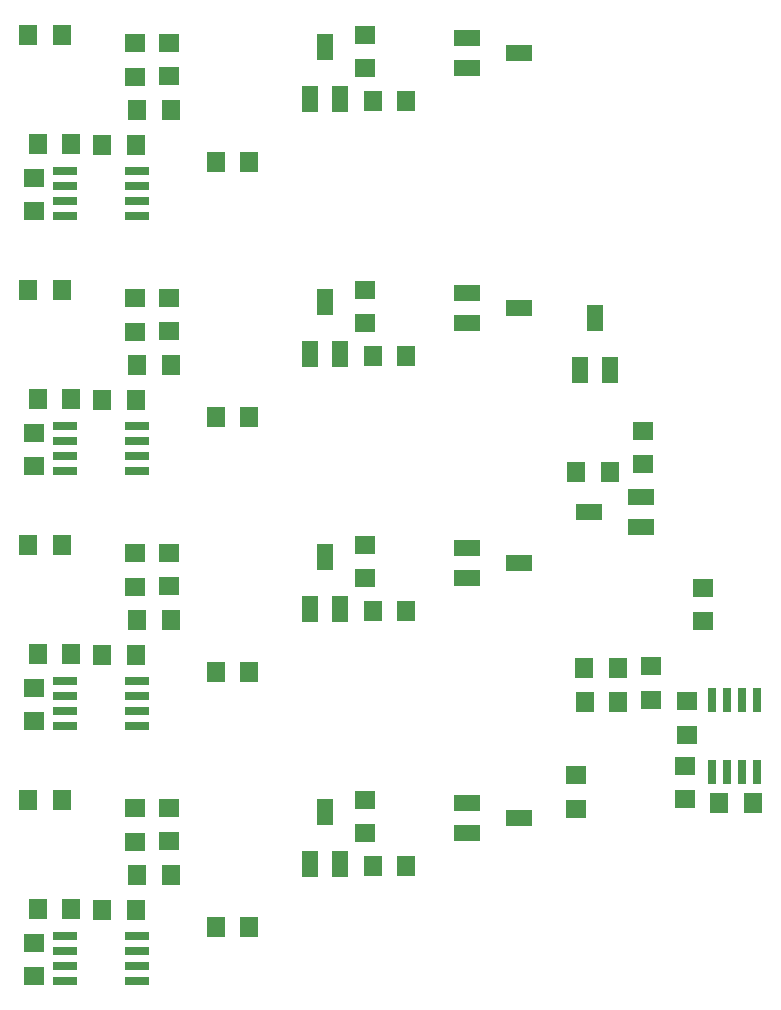
<source format=gbr>
G04 EAGLE Gerber X2 export*
%TF.Part,Single*%
%TF.FileFunction,Paste,Top*%
%TF.FilePolarity,Positive*%
%TF.GenerationSoftware,Autodesk,EAGLE,9.2.2*%
%TF.CreationDate,2019-04-19T13:45:25Z*%
G75*
%MOMM*%
%FSLAX34Y34*%
%LPD*%
%INSolderpaste Top*%
%AMOC8*
5,1,8,0,0,1.08239X$1,22.5*%
G01*
%ADD10R,2.032000X0.660400*%
%ADD11R,1.803000X1.600000*%
%ADD12R,1.600000X1.803000*%
%ADD13R,2.184400X1.320800*%
%ADD14R,1.320800X2.184400*%
%ADD15R,0.660400X2.032000*%


D10*
X275560Y50215D03*
X214092Y50215D03*
X275560Y62915D03*
X275560Y75615D03*
X214092Y62915D03*
X214092Y75615D03*
X275560Y88315D03*
X214092Y88315D03*
D11*
X302841Y168329D03*
X302841Y196769D03*
X273768Y196569D03*
X273768Y168129D03*
D12*
X211546Y203765D03*
X183106Y203765D03*
X304046Y140114D03*
X275606Y140114D03*
D11*
X187926Y82385D03*
X187926Y53945D03*
D12*
X370546Y95965D03*
X342106Y95965D03*
X191306Y111165D03*
X219746Y111165D03*
D13*
X554426Y200595D03*
X598426Y187865D03*
X554426Y175135D03*
D12*
X503418Y147443D03*
X474978Y147443D03*
X274479Y110201D03*
X246039Y110201D03*
D14*
X421713Y148943D03*
X434443Y192943D03*
X447173Y148943D03*
D11*
X468651Y175142D03*
X468651Y203582D03*
D10*
X275560Y266115D03*
X214092Y266115D03*
X275560Y278815D03*
X275560Y291515D03*
X214092Y278815D03*
X214092Y291515D03*
X275560Y304215D03*
X214092Y304215D03*
D11*
X302841Y384229D03*
X302841Y412669D03*
X273768Y412469D03*
X273768Y384029D03*
D12*
X211546Y419665D03*
X183106Y419665D03*
X304046Y356014D03*
X275606Y356014D03*
D11*
X187926Y298285D03*
X187926Y269845D03*
D12*
X370546Y311865D03*
X342106Y311865D03*
X191306Y327065D03*
X219746Y327065D03*
D13*
X554426Y416495D03*
X598426Y403765D03*
X554426Y391035D03*
D12*
X503418Y363343D03*
X474978Y363343D03*
X274479Y326101D03*
X246039Y326101D03*
D14*
X421713Y364843D03*
X434443Y408843D03*
X447173Y364843D03*
D11*
X468651Y391042D03*
X468651Y419482D03*
D10*
X275560Y482015D03*
X214092Y482015D03*
X275560Y494715D03*
X275560Y507415D03*
X214092Y494715D03*
X214092Y507415D03*
X275560Y520115D03*
X214092Y520115D03*
D11*
X302841Y600129D03*
X302841Y628569D03*
X273768Y628369D03*
X273768Y599929D03*
D12*
X211546Y635565D03*
X183106Y635565D03*
X304046Y571914D03*
X275606Y571914D03*
D11*
X187926Y514185D03*
X187926Y485745D03*
D12*
X370546Y527765D03*
X342106Y527765D03*
X191306Y542965D03*
X219746Y542965D03*
D13*
X554426Y632395D03*
X598426Y619665D03*
X554426Y606935D03*
D12*
X503418Y579243D03*
X474978Y579243D03*
X274479Y542001D03*
X246039Y542001D03*
D14*
X421713Y580743D03*
X434443Y624743D03*
X447173Y580743D03*
D11*
X468651Y606942D03*
X468651Y635382D03*
D10*
X275560Y697915D03*
X214092Y697915D03*
X275560Y710615D03*
X275560Y723315D03*
X214092Y710615D03*
X214092Y723315D03*
X275560Y736015D03*
X214092Y736015D03*
D11*
X302841Y816029D03*
X302841Y844469D03*
X273768Y844269D03*
X273768Y815829D03*
D12*
X211546Y851465D03*
X183106Y851465D03*
X304046Y787814D03*
X275606Y787814D03*
D11*
X187926Y730085D03*
X187926Y701645D03*
D12*
X370546Y743665D03*
X342106Y743665D03*
X191306Y758865D03*
X219746Y758865D03*
D13*
X554426Y848295D03*
X598426Y835565D03*
X554426Y822835D03*
D12*
X503418Y795143D03*
X474978Y795143D03*
X274479Y757901D03*
X246039Y757901D03*
D14*
X421713Y796643D03*
X434443Y840643D03*
X447173Y796643D03*
D11*
X468651Y822842D03*
X468651Y851282D03*
D15*
X800685Y288260D03*
X800685Y226792D03*
X787985Y288260D03*
X775285Y288260D03*
X787985Y226792D03*
X775285Y226792D03*
X762585Y288260D03*
X762585Y226792D03*
D12*
X682571Y315541D03*
X654131Y315541D03*
X654331Y286468D03*
X682771Y286468D03*
D11*
X647135Y224246D03*
X647135Y195806D03*
X710786Y316746D03*
X710786Y288306D03*
D12*
X768515Y200626D03*
X796955Y200626D03*
D11*
X754935Y383246D03*
X754935Y354806D03*
X739735Y204006D03*
X739735Y232446D03*
D14*
X650305Y567126D03*
X663035Y611126D03*
X675765Y567126D03*
D11*
X703457Y516118D03*
X703457Y487678D03*
X740699Y287179D03*
X740699Y258739D03*
D13*
X701957Y434413D03*
X657957Y447143D03*
X701957Y459873D03*
D12*
X675758Y481351D03*
X647318Y481351D03*
M02*

</source>
